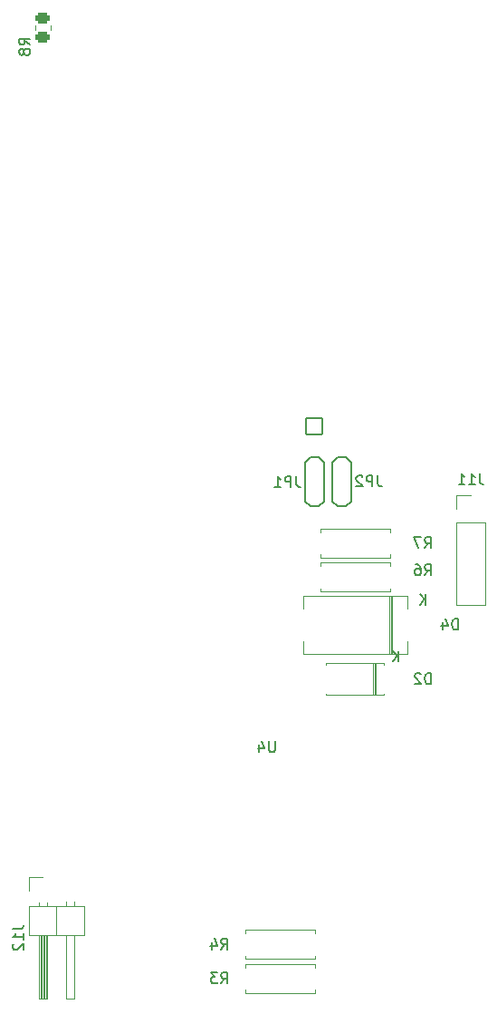
<source format=gbr>
%TF.GenerationSoftware,KiCad,Pcbnew,8.0.5-8.0.5-0~ubuntu20.04.1*%
%TF.CreationDate,2024-11-22T10:43:45+01:00*%
%TF.ProjectId,esp32-e22,65737033-322d-4653-9232-2e6b69636164,V 2.1.2*%
%TF.SameCoordinates,Original*%
%TF.FileFunction,Legend,Bot*%
%TF.FilePolarity,Positive*%
%FSLAX46Y46*%
G04 Gerber Fmt 4.6, Leading zero omitted, Abs format (unit mm)*
G04 Created by KiCad (PCBNEW 8.0.5-8.0.5-0~ubuntu20.04.1) date 2024-11-22 10:43:45*
%MOMM*%
%LPD*%
G01*
G04 APERTURE LIST*
G04 Aperture macros list*
%AMRoundRect*
0 Rectangle with rounded corners*
0 $1 Rounding radius*
0 $2 $3 $4 $5 $6 $7 $8 $9 X,Y pos of 4 corners*
0 Add a 4 corners polygon primitive as box body*
4,1,4,$2,$3,$4,$5,$6,$7,$8,$9,$2,$3,0*
0 Add four circle primitives for the rounded corners*
1,1,$1+$1,$2,$3*
1,1,$1+$1,$4,$5*
1,1,$1+$1,$6,$7*
1,1,$1+$1,$8,$9*
0 Add four rect primitives between the rounded corners*
20,1,$1+$1,$2,$3,$4,$5,0*
20,1,$1+$1,$4,$5,$6,$7,0*
20,1,$1+$1,$6,$7,$8,$9,0*
20,1,$1+$1,$8,$9,$2,$3,0*%
G04 Aperture macros list end*
%ADD10C,0.150000*%
%ADD11C,0.120000*%
%ADD12R,1.700000X1.700000*%
%ADD13O,1.700000X1.700000*%
%ADD14C,1.600000*%
%ADD15O,1.600000X1.600000*%
%ADD16R,1.600000X1.600000*%
%ADD17C,2.600000*%
%ADD18C,4.400000*%
%ADD19R,2.600000X2.600000*%
%ADD20R,2.200000X2.200000*%
%ADD21O,2.200000X2.200000*%
%ADD22C,3.204000*%
%ADD23RoundRect,0.102000X-0.754000X-0.754000X0.754000X-0.754000X0.754000X0.754000X-0.754000X0.754000X0*%
%ADD24C,1.712000*%
%ADD25C,2.000000*%
%ADD26C,2.500000*%
%ADD27C,2.100000*%
%ADD28R,2.000000X1.200000*%
%ADD29O,2.000000X1.200000*%
%ADD30C,2.400000*%
%ADD31O,2.400000X2.400000*%
%ADD32O,2.600000X2.600000*%
%ADD33C,1.524000*%
%ADD34C,1.400000*%
%ADD35RoundRect,0.250000X-0.450000X0.262500X-0.450000X-0.262500X0.450000X-0.262500X0.450000X0.262500X0*%
G04 APERTURE END LIST*
D10*
X175998094Y-111579819D02*
X175998094Y-110579819D01*
X175998094Y-110579819D02*
X175759999Y-110579819D01*
X175759999Y-110579819D02*
X175617142Y-110627438D01*
X175617142Y-110627438D02*
X175521904Y-110722676D01*
X175521904Y-110722676D02*
X175474285Y-110817914D01*
X175474285Y-110817914D02*
X175426666Y-111008390D01*
X175426666Y-111008390D02*
X175426666Y-111151247D01*
X175426666Y-111151247D02*
X175474285Y-111341723D01*
X175474285Y-111341723D02*
X175521904Y-111436961D01*
X175521904Y-111436961D02*
X175617142Y-111532200D01*
X175617142Y-111532200D02*
X175759999Y-111579819D01*
X175759999Y-111579819D02*
X175998094Y-111579819D01*
X174569523Y-110913152D02*
X174569523Y-111579819D01*
X174807618Y-110532200D02*
X175045713Y-111246485D01*
X175045713Y-111246485D02*
X174426666Y-111246485D01*
X172981904Y-109279819D02*
X172981904Y-108279819D01*
X172410476Y-109279819D02*
X172839047Y-108708390D01*
X172410476Y-108279819D02*
X172981904Y-108851247D01*
X158876904Y-122009819D02*
X158876904Y-122819342D01*
X158876904Y-122819342D02*
X158829285Y-122914580D01*
X158829285Y-122914580D02*
X158781666Y-122962200D01*
X158781666Y-122962200D02*
X158686428Y-123009819D01*
X158686428Y-123009819D02*
X158495952Y-123009819D01*
X158495952Y-123009819D02*
X158400714Y-122962200D01*
X158400714Y-122962200D02*
X158353095Y-122914580D01*
X158353095Y-122914580D02*
X158305476Y-122819342D01*
X158305476Y-122819342D02*
X158305476Y-122009819D01*
X157400714Y-122343152D02*
X157400714Y-123009819D01*
X157638809Y-121962200D02*
X157876904Y-122676485D01*
X157876904Y-122676485D02*
X157257857Y-122676485D01*
X160853333Y-97274819D02*
X160853333Y-97989104D01*
X160853333Y-97989104D02*
X160900952Y-98131961D01*
X160900952Y-98131961D02*
X160996190Y-98227200D01*
X160996190Y-98227200D02*
X161139047Y-98274819D01*
X161139047Y-98274819D02*
X161234285Y-98274819D01*
X160377142Y-98274819D02*
X160377142Y-97274819D01*
X160377142Y-97274819D02*
X159996190Y-97274819D01*
X159996190Y-97274819D02*
X159900952Y-97322438D01*
X159900952Y-97322438D02*
X159853333Y-97370057D01*
X159853333Y-97370057D02*
X159805714Y-97465295D01*
X159805714Y-97465295D02*
X159805714Y-97608152D01*
X159805714Y-97608152D02*
X159853333Y-97703390D01*
X159853333Y-97703390D02*
X159900952Y-97751009D01*
X159900952Y-97751009D02*
X159996190Y-97798628D01*
X159996190Y-97798628D02*
X160377142Y-97798628D01*
X158853333Y-98274819D02*
X159424761Y-98274819D01*
X159139047Y-98274819D02*
X159139047Y-97274819D01*
X159139047Y-97274819D02*
X159234285Y-97417676D01*
X159234285Y-97417676D02*
X159329523Y-97512914D01*
X159329523Y-97512914D02*
X159424761Y-97560533D01*
X153836666Y-141424819D02*
X154169999Y-140948628D01*
X154408094Y-141424819D02*
X154408094Y-140424819D01*
X154408094Y-140424819D02*
X154027142Y-140424819D01*
X154027142Y-140424819D02*
X153931904Y-140472438D01*
X153931904Y-140472438D02*
X153884285Y-140520057D01*
X153884285Y-140520057D02*
X153836666Y-140615295D01*
X153836666Y-140615295D02*
X153836666Y-140758152D01*
X153836666Y-140758152D02*
X153884285Y-140853390D01*
X153884285Y-140853390D02*
X153931904Y-140901009D01*
X153931904Y-140901009D02*
X154027142Y-140948628D01*
X154027142Y-140948628D02*
X154408094Y-140948628D01*
X152979523Y-140758152D02*
X152979523Y-141424819D01*
X153217618Y-140377200D02*
X153455713Y-141091485D01*
X153455713Y-141091485D02*
X152836666Y-141091485D01*
X135964819Y-56983333D02*
X135488628Y-56650000D01*
X135964819Y-56411905D02*
X134964819Y-56411905D01*
X134964819Y-56411905D02*
X134964819Y-56792857D01*
X134964819Y-56792857D02*
X135012438Y-56888095D01*
X135012438Y-56888095D02*
X135060057Y-56935714D01*
X135060057Y-56935714D02*
X135155295Y-56983333D01*
X135155295Y-56983333D02*
X135298152Y-56983333D01*
X135298152Y-56983333D02*
X135393390Y-56935714D01*
X135393390Y-56935714D02*
X135441009Y-56888095D01*
X135441009Y-56888095D02*
X135488628Y-56792857D01*
X135488628Y-56792857D02*
X135488628Y-56411905D01*
X135393390Y-57554762D02*
X135345771Y-57459524D01*
X135345771Y-57459524D02*
X135298152Y-57411905D01*
X135298152Y-57411905D02*
X135202914Y-57364286D01*
X135202914Y-57364286D02*
X135155295Y-57364286D01*
X135155295Y-57364286D02*
X135060057Y-57411905D01*
X135060057Y-57411905D02*
X135012438Y-57459524D01*
X135012438Y-57459524D02*
X134964819Y-57554762D01*
X134964819Y-57554762D02*
X134964819Y-57745238D01*
X134964819Y-57745238D02*
X135012438Y-57840476D01*
X135012438Y-57840476D02*
X135060057Y-57888095D01*
X135060057Y-57888095D02*
X135155295Y-57935714D01*
X135155295Y-57935714D02*
X135202914Y-57935714D01*
X135202914Y-57935714D02*
X135298152Y-57888095D01*
X135298152Y-57888095D02*
X135345771Y-57840476D01*
X135345771Y-57840476D02*
X135393390Y-57745238D01*
X135393390Y-57745238D02*
X135393390Y-57554762D01*
X135393390Y-57554762D02*
X135441009Y-57459524D01*
X135441009Y-57459524D02*
X135488628Y-57411905D01*
X135488628Y-57411905D02*
X135583866Y-57364286D01*
X135583866Y-57364286D02*
X135774342Y-57364286D01*
X135774342Y-57364286D02*
X135869580Y-57411905D01*
X135869580Y-57411905D02*
X135917200Y-57459524D01*
X135917200Y-57459524D02*
X135964819Y-57554762D01*
X135964819Y-57554762D02*
X135964819Y-57745238D01*
X135964819Y-57745238D02*
X135917200Y-57840476D01*
X135917200Y-57840476D02*
X135869580Y-57888095D01*
X135869580Y-57888095D02*
X135774342Y-57935714D01*
X135774342Y-57935714D02*
X135583866Y-57935714D01*
X135583866Y-57935714D02*
X135488628Y-57888095D01*
X135488628Y-57888095D02*
X135441009Y-57840476D01*
X135441009Y-57840476D02*
X135393390Y-57745238D01*
X134344819Y-139535476D02*
X135059104Y-139535476D01*
X135059104Y-139535476D02*
X135201961Y-139487857D01*
X135201961Y-139487857D02*
X135297200Y-139392619D01*
X135297200Y-139392619D02*
X135344819Y-139249762D01*
X135344819Y-139249762D02*
X135344819Y-139154524D01*
X135344819Y-140535476D02*
X135344819Y-139964048D01*
X135344819Y-140249762D02*
X134344819Y-140249762D01*
X134344819Y-140249762D02*
X134487676Y-140154524D01*
X134487676Y-140154524D02*
X134582914Y-140059286D01*
X134582914Y-140059286D02*
X134630533Y-139964048D01*
X134440057Y-140916429D02*
X134392438Y-140964048D01*
X134392438Y-140964048D02*
X134344819Y-141059286D01*
X134344819Y-141059286D02*
X134344819Y-141297381D01*
X134344819Y-141297381D02*
X134392438Y-141392619D01*
X134392438Y-141392619D02*
X134440057Y-141440238D01*
X134440057Y-141440238D02*
X134535295Y-141487857D01*
X134535295Y-141487857D02*
X134630533Y-141487857D01*
X134630533Y-141487857D02*
X134773390Y-141440238D01*
X134773390Y-141440238D02*
X135344819Y-140868810D01*
X135344819Y-140868810D02*
X135344819Y-141487857D01*
X172886666Y-103959819D02*
X173219999Y-103483628D01*
X173458094Y-103959819D02*
X173458094Y-102959819D01*
X173458094Y-102959819D02*
X173077142Y-102959819D01*
X173077142Y-102959819D02*
X172981904Y-103007438D01*
X172981904Y-103007438D02*
X172934285Y-103055057D01*
X172934285Y-103055057D02*
X172886666Y-103150295D01*
X172886666Y-103150295D02*
X172886666Y-103293152D01*
X172886666Y-103293152D02*
X172934285Y-103388390D01*
X172934285Y-103388390D02*
X172981904Y-103436009D01*
X172981904Y-103436009D02*
X173077142Y-103483628D01*
X173077142Y-103483628D02*
X173458094Y-103483628D01*
X172553332Y-102959819D02*
X171886666Y-102959819D01*
X171886666Y-102959819D02*
X172315237Y-103959819D01*
X173458094Y-116659819D02*
X173458094Y-115659819D01*
X173458094Y-115659819D02*
X173219999Y-115659819D01*
X173219999Y-115659819D02*
X173077142Y-115707438D01*
X173077142Y-115707438D02*
X172981904Y-115802676D01*
X172981904Y-115802676D02*
X172934285Y-115897914D01*
X172934285Y-115897914D02*
X172886666Y-116088390D01*
X172886666Y-116088390D02*
X172886666Y-116231247D01*
X172886666Y-116231247D02*
X172934285Y-116421723D01*
X172934285Y-116421723D02*
X172981904Y-116516961D01*
X172981904Y-116516961D02*
X173077142Y-116612200D01*
X173077142Y-116612200D02*
X173219999Y-116659819D01*
X173219999Y-116659819D02*
X173458094Y-116659819D01*
X172505713Y-115755057D02*
X172458094Y-115707438D01*
X172458094Y-115707438D02*
X172362856Y-115659819D01*
X172362856Y-115659819D02*
X172124761Y-115659819D01*
X172124761Y-115659819D02*
X172029523Y-115707438D01*
X172029523Y-115707438D02*
X171981904Y-115755057D01*
X171981904Y-115755057D02*
X171934285Y-115850295D01*
X171934285Y-115850295D02*
X171934285Y-115945533D01*
X171934285Y-115945533D02*
X171981904Y-116088390D01*
X171981904Y-116088390D02*
X172553332Y-116659819D01*
X172553332Y-116659819D02*
X171934285Y-116659819D01*
X170441904Y-114559819D02*
X170441904Y-113559819D01*
X169870476Y-114559819D02*
X170299047Y-113988390D01*
X169870476Y-113559819D02*
X170441904Y-114131247D01*
X168473333Y-97214819D02*
X168473333Y-97929104D01*
X168473333Y-97929104D02*
X168520952Y-98071961D01*
X168520952Y-98071961D02*
X168616190Y-98167200D01*
X168616190Y-98167200D02*
X168759047Y-98214819D01*
X168759047Y-98214819D02*
X168854285Y-98214819D01*
X167997142Y-98214819D02*
X167997142Y-97214819D01*
X167997142Y-97214819D02*
X167616190Y-97214819D01*
X167616190Y-97214819D02*
X167520952Y-97262438D01*
X167520952Y-97262438D02*
X167473333Y-97310057D01*
X167473333Y-97310057D02*
X167425714Y-97405295D01*
X167425714Y-97405295D02*
X167425714Y-97548152D01*
X167425714Y-97548152D02*
X167473333Y-97643390D01*
X167473333Y-97643390D02*
X167520952Y-97691009D01*
X167520952Y-97691009D02*
X167616190Y-97738628D01*
X167616190Y-97738628D02*
X167997142Y-97738628D01*
X167044761Y-97310057D02*
X166997142Y-97262438D01*
X166997142Y-97262438D02*
X166901904Y-97214819D01*
X166901904Y-97214819D02*
X166663809Y-97214819D01*
X166663809Y-97214819D02*
X166568571Y-97262438D01*
X166568571Y-97262438D02*
X166520952Y-97310057D01*
X166520952Y-97310057D02*
X166473333Y-97405295D01*
X166473333Y-97405295D02*
X166473333Y-97500533D01*
X166473333Y-97500533D02*
X166520952Y-97643390D01*
X166520952Y-97643390D02*
X167092380Y-98214819D01*
X167092380Y-98214819D02*
X166473333Y-98214819D01*
X177999523Y-97024819D02*
X177999523Y-97739104D01*
X177999523Y-97739104D02*
X178047142Y-97881961D01*
X178047142Y-97881961D02*
X178142380Y-97977200D01*
X178142380Y-97977200D02*
X178285237Y-98024819D01*
X178285237Y-98024819D02*
X178380475Y-98024819D01*
X176999523Y-98024819D02*
X177570951Y-98024819D01*
X177285237Y-98024819D02*
X177285237Y-97024819D01*
X177285237Y-97024819D02*
X177380475Y-97167676D01*
X177380475Y-97167676D02*
X177475713Y-97262914D01*
X177475713Y-97262914D02*
X177570951Y-97310533D01*
X176047142Y-98024819D02*
X176618570Y-98024819D01*
X176332856Y-98024819D02*
X176332856Y-97024819D01*
X176332856Y-97024819D02*
X176428094Y-97167676D01*
X176428094Y-97167676D02*
X176523332Y-97262914D01*
X176523332Y-97262914D02*
X176618570Y-97310533D01*
X172886666Y-106499819D02*
X173219999Y-106023628D01*
X173458094Y-106499819D02*
X173458094Y-105499819D01*
X173458094Y-105499819D02*
X173077142Y-105499819D01*
X173077142Y-105499819D02*
X172981904Y-105547438D01*
X172981904Y-105547438D02*
X172934285Y-105595057D01*
X172934285Y-105595057D02*
X172886666Y-105690295D01*
X172886666Y-105690295D02*
X172886666Y-105833152D01*
X172886666Y-105833152D02*
X172934285Y-105928390D01*
X172934285Y-105928390D02*
X172981904Y-105976009D01*
X172981904Y-105976009D02*
X173077142Y-106023628D01*
X173077142Y-106023628D02*
X173458094Y-106023628D01*
X172029523Y-105499819D02*
X172219999Y-105499819D01*
X172219999Y-105499819D02*
X172315237Y-105547438D01*
X172315237Y-105547438D02*
X172362856Y-105595057D01*
X172362856Y-105595057D02*
X172458094Y-105737914D01*
X172458094Y-105737914D02*
X172505713Y-105928390D01*
X172505713Y-105928390D02*
X172505713Y-106309342D01*
X172505713Y-106309342D02*
X172458094Y-106404580D01*
X172458094Y-106404580D02*
X172410475Y-106452200D01*
X172410475Y-106452200D02*
X172315237Y-106499819D01*
X172315237Y-106499819D02*
X172124761Y-106499819D01*
X172124761Y-106499819D02*
X172029523Y-106452200D01*
X172029523Y-106452200D02*
X171981904Y-106404580D01*
X171981904Y-106404580D02*
X171934285Y-106309342D01*
X171934285Y-106309342D02*
X171934285Y-106071247D01*
X171934285Y-106071247D02*
X171981904Y-105976009D01*
X171981904Y-105976009D02*
X172029523Y-105928390D01*
X172029523Y-105928390D02*
X172124761Y-105880771D01*
X172124761Y-105880771D02*
X172315237Y-105880771D01*
X172315237Y-105880771D02*
X172410475Y-105928390D01*
X172410475Y-105928390D02*
X172458094Y-105976009D01*
X172458094Y-105976009D02*
X172505713Y-106071247D01*
X153836666Y-144599819D02*
X154169999Y-144123628D01*
X154408094Y-144599819D02*
X154408094Y-143599819D01*
X154408094Y-143599819D02*
X154027142Y-143599819D01*
X154027142Y-143599819D02*
X153931904Y-143647438D01*
X153931904Y-143647438D02*
X153884285Y-143695057D01*
X153884285Y-143695057D02*
X153836666Y-143790295D01*
X153836666Y-143790295D02*
X153836666Y-143933152D01*
X153836666Y-143933152D02*
X153884285Y-144028390D01*
X153884285Y-144028390D02*
X153931904Y-144076009D01*
X153931904Y-144076009D02*
X154027142Y-144123628D01*
X154027142Y-144123628D02*
X154408094Y-144123628D01*
X153503332Y-143599819D02*
X152884285Y-143599819D01*
X152884285Y-143599819D02*
X153217618Y-143980771D01*
X153217618Y-143980771D02*
X153074761Y-143980771D01*
X153074761Y-143980771D02*
X152979523Y-144028390D01*
X152979523Y-144028390D02*
X152931904Y-144076009D01*
X152931904Y-144076009D02*
X152884285Y-144171247D01*
X152884285Y-144171247D02*
X152884285Y-144409342D01*
X152884285Y-144409342D02*
X152931904Y-144504580D01*
X152931904Y-144504580D02*
X152979523Y-144552200D01*
X152979523Y-144552200D02*
X153074761Y-144599819D01*
X153074761Y-144599819D02*
X153360475Y-144599819D01*
X153360475Y-144599819D02*
X153455713Y-144552200D01*
X153455713Y-144552200D02*
X153503332Y-144504580D01*
D11*
%TO.C,D4*%
X161485000Y-108400000D02*
X171255000Y-108400000D01*
X161485000Y-109585000D02*
X161485000Y-108400000D01*
X161485000Y-112665000D02*
X161485000Y-113850000D01*
X161485000Y-113850000D02*
X171255000Y-113850000D01*
X169585500Y-113850000D02*
X169585500Y-108400000D01*
X169705500Y-113850000D02*
X169705500Y-108400000D01*
X169825500Y-113850000D02*
X169825500Y-108400000D01*
X171255000Y-108400000D02*
X171255000Y-109585000D01*
X171255000Y-113850000D02*
X171255000Y-112665000D01*
D10*
%TO.C,JP1*%
X161660000Y-95990000D02*
X162160000Y-95490000D01*
X161660000Y-99590000D02*
X161660000Y-95990000D01*
X162160000Y-95490000D02*
X162960000Y-95490000D01*
X162160000Y-100090000D02*
X161660000Y-99590000D01*
X162960000Y-95490000D02*
X163460000Y-95990000D01*
X162960000Y-100090000D02*
X162160000Y-100090000D01*
X163460000Y-95990000D02*
X163460000Y-99590000D01*
X163460000Y-99590000D02*
X162960000Y-100090000D01*
D11*
%TO.C,R4*%
X156115000Y-139600000D02*
X156115000Y-139930000D01*
X156115000Y-142340000D02*
X156115000Y-142010000D01*
X162655000Y-139600000D02*
X156115000Y-139600000D01*
X162655000Y-139930000D02*
X162655000Y-139600000D01*
X162655000Y-142010000D02*
X162655000Y-142340000D01*
X162655000Y-142340000D02*
X156115000Y-142340000D01*
%TO.C,R8*%
X136425000Y-55599064D02*
X136425000Y-55144936D01*
X137895000Y-55599064D02*
X137895000Y-55144936D01*
%TO.C,J12*%
X135830000Y-137400000D02*
X135830000Y-140060000D01*
X135830000Y-140060000D02*
X141030000Y-140060000D01*
X135890000Y-134690000D02*
X137160000Y-134690000D01*
X135890000Y-135960000D02*
X135890000Y-134690000D01*
X136780000Y-137400000D02*
X136780000Y-137070000D01*
X136780000Y-146060000D02*
X136780000Y-140060000D01*
X136840000Y-146060000D02*
X136840000Y-140060000D01*
X136960000Y-146060000D02*
X136960000Y-140060000D01*
X137080000Y-146060000D02*
X137080000Y-140060000D01*
X137200000Y-146060000D02*
X137200000Y-140060000D01*
X137320000Y-146060000D02*
X137320000Y-140060000D01*
X137440000Y-146060000D02*
X137440000Y-140060000D01*
X137540000Y-137400000D02*
X137540000Y-137070000D01*
X137540000Y-140060000D02*
X137540000Y-146060000D01*
X137540000Y-146060000D02*
X136780000Y-146060000D01*
X138430000Y-140060000D02*
X138430000Y-137400000D01*
X139320000Y-137400000D02*
X139320000Y-137002929D01*
X139320000Y-146060000D02*
X139320000Y-140060000D01*
X140080000Y-137400000D02*
X140080000Y-137002929D01*
X140080000Y-140060000D02*
X140080000Y-146060000D01*
X140080000Y-146060000D02*
X139320000Y-146060000D01*
X141030000Y-137400000D02*
X135830000Y-137400000D01*
X141030000Y-140060000D02*
X141030000Y-137400000D01*
%TO.C,R7*%
X163100000Y-102135000D02*
X163100000Y-102465000D01*
X163100000Y-104875000D02*
X163100000Y-104545000D01*
X169640000Y-102135000D02*
X163100000Y-102135000D01*
X169640000Y-102465000D02*
X169640000Y-102135000D01*
X169640000Y-104545000D02*
X169640000Y-104875000D01*
X169640000Y-104875000D02*
X163100000Y-104875000D01*
%TO.C,D2*%
X163650000Y-114735000D02*
X169090000Y-114735000D01*
X163650000Y-114865000D02*
X163650000Y-114735000D01*
X163650000Y-117545000D02*
X163650000Y-117675000D01*
X163650000Y-117675000D02*
X169090000Y-117675000D01*
X168070000Y-117675000D02*
X168070000Y-114735000D01*
X168190000Y-117675000D02*
X168190000Y-114735000D01*
X168310000Y-117675000D02*
X168310000Y-114735000D01*
X169090000Y-114735000D02*
X169090000Y-114865000D01*
X169090000Y-117675000D02*
X169090000Y-117545000D01*
D10*
%TO.C,JP2*%
X164200000Y-95990000D02*
X164700000Y-95490000D01*
X164200000Y-99590000D02*
X164200000Y-95990000D01*
X164700000Y-95490000D02*
X165500000Y-95490000D01*
X164700000Y-100090000D02*
X164200000Y-99590000D01*
X165500000Y-95490000D02*
X166000000Y-95990000D01*
X165500000Y-100090000D02*
X164700000Y-100090000D01*
X166000000Y-95990000D02*
X166000000Y-99590000D01*
X166000000Y-99590000D02*
X165500000Y-100090000D01*
D11*
%TO.C,J11*%
X175860000Y-99010000D02*
X177190000Y-99010000D01*
X175860000Y-100340000D02*
X175860000Y-99010000D01*
X175860000Y-101610000D02*
X178520000Y-101610000D01*
X175860000Y-109290000D02*
X175860000Y-101610000D01*
X175860000Y-109290000D02*
X178520000Y-109290000D01*
X178520000Y-109290000D02*
X178520000Y-101610000D01*
%TO.C,R6*%
X163100000Y-105310000D02*
X163100000Y-105640000D01*
X163100000Y-108050000D02*
X163100000Y-107720000D01*
X169640000Y-105310000D02*
X163100000Y-105310000D01*
X169640000Y-105640000D02*
X169640000Y-105310000D01*
X169640000Y-107720000D02*
X169640000Y-108050000D01*
X169640000Y-108050000D02*
X163100000Y-108050000D01*
%TO.C,R3*%
X156115000Y-142775000D02*
X156115000Y-143105000D01*
X156115000Y-145515000D02*
X156115000Y-145185000D01*
X162655000Y-142775000D02*
X156115000Y-142775000D01*
X162655000Y-143105000D02*
X162655000Y-142775000D01*
X162655000Y-145185000D02*
X162655000Y-145515000D01*
X162655000Y-145515000D02*
X156115000Y-145515000D01*
%TD*%
%LPC*%
D12*
%TO.C,J5*%
X115570000Y-87630000D03*
D13*
X115570000Y-90170000D03*
X115570000Y-92710000D03*
%TD*%
D14*
%TO.C,R1*%
X113030000Y-105410000D03*
D15*
X120650000Y-105410000D03*
%TD*%
D16*
%TO.C,C6*%
X167005000Y-123190000D03*
D14*
X167005000Y-120690000D03*
%TD*%
D17*
%TO.C,H3*%
X115570000Y-138430000D03*
D18*
X115570000Y-138430000D03*
%TD*%
D19*
%TO.C,J3*%
X172085000Y-129540000D03*
D17*
X177165000Y-129540000D03*
%TD*%
D14*
%TO.C,R2*%
X120650000Y-109220000D03*
D15*
X120650000Y-116840000D03*
%TD*%
D20*
%TO.C,D5*%
X166370000Y-127635000D03*
D21*
X166370000Y-130175000D03*
%TD*%
D16*
%TO.C,C2*%
X125095000Y-87630000D03*
D14*
X122595000Y-87630000D03*
%TD*%
D22*
%TO.C,U2*%
X155370000Y-93140000D03*
X155370000Y-115140000D03*
X177370000Y-93140000D03*
X177370000Y-115140000D03*
D23*
X162560000Y-92640000D03*
D24*
X165100000Y-92640000D03*
X167640000Y-92640000D03*
X170180000Y-92640000D03*
%TD*%
D14*
%TO.C,R5*%
X120650000Y-93980000D03*
D15*
X120650000Y-101600000D03*
%TD*%
D25*
%TO.C,J2*%
X154305000Y-130175000D03*
X156845000Y-130175000D03*
X159385000Y-130175000D03*
X161925000Y-130175000D03*
%TD*%
D17*
%TO.C,H1*%
X115570000Y-63430000D03*
D18*
X115570000Y-63430000D03*
%TD*%
D12*
%TO.C,J1*%
X113030000Y-115570000D03*
D13*
X113030000Y-113030000D03*
%TD*%
D12*
%TO.C,J6*%
X124460000Y-77470000D03*
D13*
X124460000Y-74930000D03*
X124460000Y-72390000D03*
X124460000Y-69850000D03*
%TD*%
D20*
%TO.C,D1*%
X166370000Y-139700000D03*
D21*
X166370000Y-134620000D03*
%TD*%
D14*
%TO.C,C4*%
X170180000Y-87630000D03*
X170180000Y-82630000D03*
%TD*%
D17*
%TO.C,H2*%
X175570000Y-63430000D03*
D18*
X175570000Y-63430000D03*
%TD*%
D12*
%TO.C,J7*%
X176530000Y-83820000D03*
D13*
X176530000Y-81280000D03*
X176530000Y-78740000D03*
X176530000Y-76200000D03*
X176530000Y-73660000D03*
%TD*%
D14*
%TO.C,C5*%
X166370000Y-143510000D03*
X171370000Y-143510000D03*
%TD*%
D26*
%TO.C,J8*%
X137160000Y-51435000D03*
X139700000Y-48895000D03*
X134620000Y-48895000D03*
X139700000Y-53975000D03*
X134620000Y-53975000D03*
%TD*%
D27*
%TO.C,REF\u002A\u002A*%
X176530000Y-68580000D03*
%TD*%
D16*
%TO.C,C3*%
X165100000Y-86360000D03*
D14*
X165100000Y-88860000D03*
%TD*%
D12*
%TO.C,J4*%
X120640000Y-132080000D03*
D13*
X118100000Y-132080000D03*
X115560000Y-132080000D03*
X113020000Y-132080000D03*
%TD*%
D28*
%TO.C,U1*%
X124460000Y-96520000D03*
D29*
X124460000Y-99060000D03*
X124460000Y-101600000D03*
X124460000Y-104140000D03*
X124460000Y-106680000D03*
X124460000Y-109220000D03*
X124460000Y-111760000D03*
X124460000Y-114300000D03*
X124460000Y-116840000D03*
X124460000Y-119380000D03*
X124460000Y-121920000D03*
X124460000Y-124460000D03*
X124460000Y-127000000D03*
X124460000Y-129540000D03*
X124460000Y-132080000D03*
X124460000Y-134620000D03*
X124460000Y-137160000D03*
X124460000Y-139700000D03*
X124460000Y-142240000D03*
X149856320Y-142237280D03*
X149856320Y-139697280D03*
X149860000Y-137160000D03*
X149860000Y-134620000D03*
X149860000Y-132080000D03*
X149860000Y-129540000D03*
X149860000Y-127000000D03*
X149860000Y-124460000D03*
X149860000Y-121920000D03*
X149860000Y-119380000D03*
X149860000Y-116840000D03*
X149860000Y-114300000D03*
X149860000Y-111760000D03*
X149860000Y-109220000D03*
X149860000Y-106680000D03*
X149860000Y-104140000D03*
X149860000Y-101600000D03*
X149860000Y-99060000D03*
X149860000Y-96520000D03*
%TD*%
D14*
%TO.C,C7*%
X170180000Y-73660000D03*
X170180000Y-78660000D03*
%TD*%
%TO.C,C1*%
X116840000Y-111760000D03*
X116840000Y-116760000D03*
%TD*%
D17*
%TO.C,H4*%
X175570000Y-138430000D03*
D18*
X175570000Y-138430000D03*
%TD*%
D30*
%TO.C,F1*%
X177500000Y-121285000D03*
D31*
X172420000Y-121285000D03*
%TD*%
D14*
%TO.C,C8*%
X120650000Y-72390000D03*
X120650000Y-77390000D03*
%TD*%
D12*
%TO.C,J10*%
X116205000Y-120015000D03*
D13*
X118745000Y-120015000D03*
%TD*%
D25*
%TO.C,SW1*%
X113030000Y-123825000D03*
X119530000Y-123825000D03*
X113030000Y-128325000D03*
X119530000Y-128325000D03*
%TD*%
D12*
%TO.C,J9*%
X154940000Y-86360000D03*
D13*
X154940000Y-88900000D03*
%TD*%
D19*
%TO.C,D4*%
X172720000Y-111125000D03*
D32*
X160020000Y-111125000D03*
%TD*%
D33*
%TO.C,U4*%
X162135000Y-120255000D03*
X159595000Y-120255000D03*
X157055000Y-120255000D03*
X154515000Y-120255000D03*
%TD*%
D34*
%TO.C,JP1*%
X162560000Y-96520000D03*
X162560000Y-99060000D03*
%TD*%
D14*
%TO.C,R4*%
X155575000Y-140970000D03*
D15*
X163195000Y-140970000D03*
%TD*%
D35*
%TO.C,R8*%
X137160000Y-54459500D03*
X137160000Y-56284500D03*
%TD*%
D12*
%TO.C,J12*%
X137160000Y-135960000D03*
D13*
X139700000Y-135960000D03*
%TD*%
D14*
%TO.C,R7*%
X162560000Y-103505000D03*
D15*
X170180000Y-103505000D03*
%TD*%
D20*
%TO.C,D2*%
X170180000Y-116205000D03*
D21*
X162560000Y-116205000D03*
%TD*%
D34*
%TO.C,JP2*%
X165100000Y-99060000D03*
X165100000Y-96520000D03*
%TD*%
D12*
%TO.C,J11*%
X177190000Y-100340000D03*
D13*
X177190000Y-102880000D03*
X177190000Y-105420000D03*
X177190000Y-107960000D03*
%TD*%
D14*
%TO.C,R6*%
X162560000Y-106680000D03*
D15*
X170180000Y-106680000D03*
%TD*%
D14*
%TO.C,R3*%
X155575000Y-144145000D03*
D15*
X163195000Y-144145000D03*
%TD*%
G36*
X128213039Y-57169685D02*
G01*
X128258794Y-57222489D01*
X128270000Y-57274000D01*
X128270000Y-63376000D01*
X128250315Y-63443039D01*
X128197511Y-63488794D01*
X128146000Y-63500000D01*
X117599000Y-63500000D01*
X117531961Y-63480315D01*
X117486206Y-63427511D01*
X117475000Y-63376000D01*
X117475000Y-57274000D01*
X117494685Y-57206961D01*
X117547489Y-57161206D01*
X117599000Y-57150000D01*
X128146000Y-57150000D01*
X128213039Y-57169685D01*
G37*
%LPD*%
M02*

</source>
